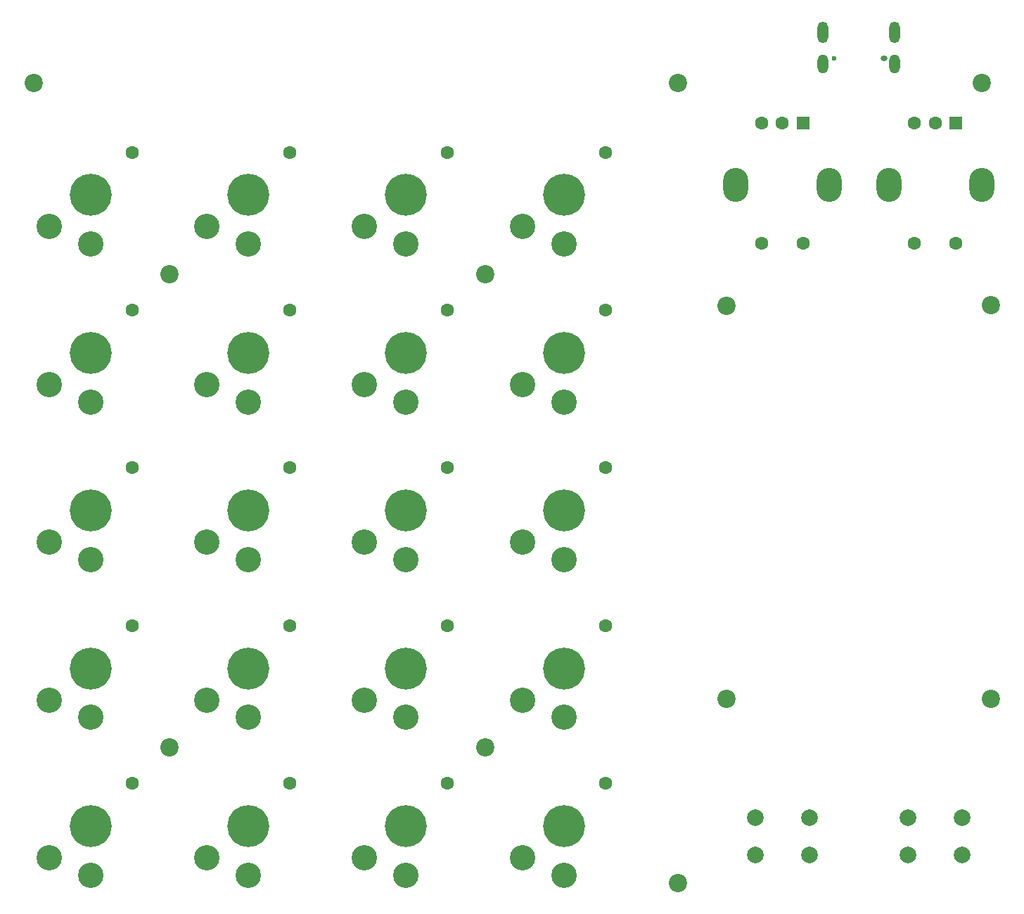
<source format=gbr>
%TF.GenerationSoftware,KiCad,Pcbnew,9.0.4*%
%TF.CreationDate,2025-10-10T02:19:09+02:00*%
%TF.ProjectId,ecad,65636164-2e6b-4696-9361-645f70636258,rev?*%
%TF.SameCoordinates,Original*%
%TF.FileFunction,Soldermask,Top*%
%TF.FilePolarity,Negative*%
%FSLAX46Y46*%
G04 Gerber Fmt 4.6, Leading zero omitted, Abs format (unit mm)*
G04 Created by KiCad (PCBNEW 9.0.4) date 2025-10-10 02:19:09*
%MOMM*%
%LPD*%
G01*
G04 APERTURE LIST*
G04 Aperture macros list*
%AMRoundRect*
0 Rectangle with rounded corners*
0 $1 Rounding radius*
0 $2 $3 $4 $5 $6 $7 $8 $9 X,Y pos of 4 corners*
0 Add a 4 corners polygon primitive as box body*
4,1,4,$2,$3,$4,$5,$6,$7,$8,$9,$2,$3,0*
0 Add four circle primitives for the rounded corners*
1,1,$1+$1,$2,$3*
1,1,$1+$1,$4,$5*
1,1,$1+$1,$6,$7*
1,1,$1+$1,$8,$9*
0 Add four rect primitives between the rounded corners*
20,1,$1+$1,$2,$3,$4,$5,0*
20,1,$1+$1,$4,$5,$6,$7,0*
20,1,$1+$1,$6,$7,$8,$9,0*
20,1,$1+$1,$8,$9,$2,$3,0*%
G04 Aperture macros list end*
%ADD10C,2.200000*%
%ADD11C,1.600000*%
%ADD12C,3.050000*%
%ADD13C,5.050000*%
%ADD14RoundRect,0.250000X-0.550000X0.550000X-0.550000X-0.550000X0.550000X-0.550000X0.550000X0.550000X0*%
%ADD15O,3.000000X4.100000*%
%ADD16C,2.000000*%
%ADD17C,0.600000*%
%ADD18O,0.850000X0.600000*%
%ADD19O,1.300000X2.600000*%
%ADD20O,1.300000X2.300000*%
G04 APERTURE END LIST*
D10*
%TO.C,H9*%
X186600000Y-100150000D03*
%TD*%
%TO.C,H10*%
X148950000Y-169750000D03*
%TD*%
%TO.C,H11*%
X71350000Y-73400000D03*
%TD*%
%TO.C,H12*%
X148950000Y-73400000D03*
%TD*%
%TO.C,H5*%
X185550000Y-73400000D03*
%TD*%
D11*
%TO.C,SW17*%
X121200000Y-100750000D03*
D12*
X116200000Y-111800000D03*
D13*
X116200000Y-105900000D03*
D12*
X111200000Y-109700000D03*
%TD*%
D11*
%TO.C,SW2*%
X140200000Y-138750000D03*
D12*
X135200000Y-149800000D03*
D13*
X135200000Y-143900000D03*
D12*
X130200000Y-147700000D03*
%TD*%
D10*
%TO.C,H8*%
X186600000Y-147600000D03*
%TD*%
D11*
%TO.C,SW1*%
X140200000Y-119750000D03*
D12*
X135200000Y-130800000D03*
D13*
X135200000Y-124900000D03*
D12*
X130200000Y-128700000D03*
%TD*%
D11*
%TO.C,SW4*%
X121200000Y-119750000D03*
D12*
X116200000Y-130800000D03*
D13*
X116200000Y-124900000D03*
D12*
X111200000Y-128700000D03*
%TD*%
D11*
%TO.C,SW16*%
X140200000Y-100750000D03*
D12*
X135200000Y-111800000D03*
D13*
X135200000Y-105900000D03*
D12*
X130200000Y-109700000D03*
%TD*%
D14*
%TO.C,SW11*%
X164000000Y-78200000D03*
D11*
X159000000Y-78200000D03*
X161500000Y-78200000D03*
X164000000Y-92700000D03*
X159000000Y-92700000D03*
D15*
X167100000Y-85700000D03*
X155900000Y-85700000D03*
%TD*%
D11*
%TO.C,SW23*%
X83200000Y-81750000D03*
D12*
X78200000Y-92800000D03*
D13*
X78200000Y-86900000D03*
D12*
X73200000Y-90700000D03*
%TD*%
D16*
%TO.C,SW24*%
X176650000Y-161850000D03*
X183150000Y-161850000D03*
X176650000Y-166350000D03*
X183150000Y-166350000D03*
%TD*%
D11*
%TO.C,SW8*%
X102200000Y-138750000D03*
D12*
X97200000Y-149800000D03*
D13*
X97200000Y-143900000D03*
D12*
X92200000Y-147700000D03*
%TD*%
D11*
%TO.C,SW18*%
X102200000Y-100750000D03*
D12*
X97200000Y-111800000D03*
D13*
X97200000Y-105900000D03*
D12*
X92200000Y-109700000D03*
%TD*%
D14*
%TO.C,SW10*%
X182400000Y-78200000D03*
D11*
X177400000Y-78200000D03*
X179900000Y-78200000D03*
X182400000Y-92700000D03*
X177400000Y-92700000D03*
D15*
X185500000Y-85700000D03*
X174300000Y-85700000D03*
%TD*%
D11*
%TO.C,SW13*%
X83200000Y-138750000D03*
D12*
X78200000Y-149800000D03*
D13*
X78200000Y-143900000D03*
D12*
X73200000Y-147700000D03*
%TD*%
D11*
%TO.C,SW6*%
X121200000Y-157750000D03*
D12*
X116200000Y-168800000D03*
D13*
X116200000Y-162900000D03*
D12*
X111200000Y-166700000D03*
%TD*%
D10*
%TO.C,H6*%
X154800000Y-100200000D03*
%TD*%
D16*
%TO.C,SW25*%
X158250000Y-161850000D03*
X164750000Y-161850000D03*
X158250000Y-166350000D03*
X164750000Y-166350000D03*
%TD*%
D11*
%TO.C,SW7*%
X102200000Y-119750000D03*
D12*
X97200000Y-130800000D03*
D13*
X97200000Y-124900000D03*
D12*
X92200000Y-128700000D03*
%TD*%
D11*
%TO.C,SW3*%
X140200000Y-157750000D03*
D12*
X135200000Y-168800000D03*
D13*
X135200000Y-162900000D03*
D12*
X130200000Y-166700000D03*
%TD*%
D11*
%TO.C,SW21*%
X121200000Y-81750000D03*
D12*
X116200000Y-92800000D03*
D13*
X116200000Y-86900000D03*
D12*
X111200000Y-90700000D03*
%TD*%
D11*
%TO.C,SW14*%
X83200000Y-157750000D03*
D12*
X78200000Y-168800000D03*
D13*
X78200000Y-162900000D03*
D12*
X73200000Y-166700000D03*
%TD*%
D11*
%TO.C,SW12*%
X83200000Y-119750000D03*
D12*
X78200000Y-130800000D03*
D13*
X78200000Y-124900000D03*
D12*
X73200000Y-128700000D03*
%TD*%
D11*
%TO.C,SW20*%
X140200000Y-81750000D03*
D12*
X135200000Y-92800000D03*
D13*
X135200000Y-86900000D03*
D12*
X130200000Y-90700000D03*
%TD*%
D10*
%TO.C,H7*%
X154800000Y-147600000D03*
%TD*%
D11*
%TO.C,SW22*%
X102200000Y-81750000D03*
D12*
X97200000Y-92800000D03*
D13*
X97200000Y-86900000D03*
D12*
X92200000Y-90700000D03*
%TD*%
D11*
%TO.C,SW5*%
X121200000Y-138750000D03*
D12*
X116200000Y-149800000D03*
D13*
X116200000Y-143900000D03*
D12*
X111200000Y-147700000D03*
%TD*%
D11*
%TO.C,SW19*%
X83200000Y-100750000D03*
D12*
X78200000Y-111800000D03*
D13*
X78200000Y-105900000D03*
D12*
X73200000Y-109700000D03*
%TD*%
D11*
%TO.C,SW9*%
X102200000Y-157750000D03*
D12*
X97200000Y-168800000D03*
D13*
X97200000Y-162900000D03*
D12*
X92200000Y-166700000D03*
%TD*%
D10*
%TO.C,H2*%
X87700000Y-96400000D03*
%TD*%
D17*
%TO.C,J2*%
X167700000Y-70400000D03*
D18*
X173700000Y-70400000D03*
D19*
X166380000Y-67300000D03*
D20*
X166380000Y-71125000D03*
D19*
X175020000Y-67300000D03*
D20*
X175020000Y-71125000D03*
%TD*%
D10*
%TO.C,H4*%
X87700000Y-153400000D03*
%TD*%
%TO.C,H1*%
X125700000Y-96400000D03*
%TD*%
%TO.C,H3*%
X125700000Y-153400000D03*
%TD*%
M02*

</source>
